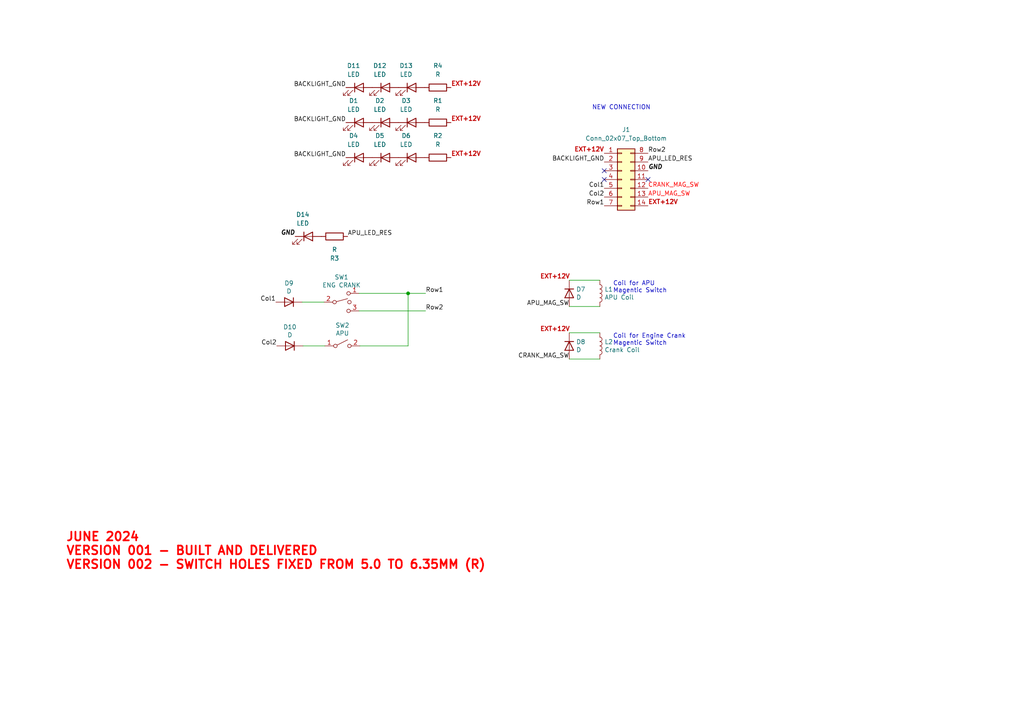
<source format=kicad_sch>
(kicad_sch (version 20231120) (generator "eeschema") (generator_version "8.0")
  (paper "A4")
  (lib_symbols
    (symbol "Connector_Generic:Conn_02x07_Top_Bottom" (pin_names (offset 1.016) hide)
      (property "Reference" "J" (at 1.27 10.16 0))
      (property "Value" "Conn_02x07_Top_Bottom" (at 1.27 -10.16 0))
      (symbol "Conn_02x07_Top_Bottom_1_1"
        (rectangle (start -1.27 -7.493) (end 0 -7.747) (stroke (width 0.1524)))
        (rectangle (start -1.27 -4.953) (end 0 -5.207) (stroke (width 0.1524)))
        (rectangle (start -1.27 -2.413) (end 0 -2.667) (stroke (width 0.1524)))
        (rectangle (start -1.27 0.127) (end 0 -0.127) (stroke (width 0.1524)))
        (rectangle (start -1.27 2.667) (end 0 2.413) (stroke (width 0.1524)))
        (rectangle (start -1.27 5.207) (end 0 4.953) (stroke (width 0.1524)))
        (rectangle (start -1.27 7.747) (end 0 7.493) (stroke (width 0.1524)))
        (rectangle (start -1.27 8.89) (end 3.81 -8.89) (stroke (width 0.254)) (fill (type background)))
        (rectangle (start 3.81 -7.493) (end 2.54 -7.747) (stroke (width 0.1524)))
        (rectangle (start 3.81 -4.953) (end 2.54 -5.207) (stroke (width 0.1524)))
        (rectangle (start 3.81 -2.413) (end 2.54 -2.667) (stroke (width 0.1524)))
        (rectangle (start 3.81 0.127) (end 2.54 -0.127) (stroke (width 0.1524)))
        (rectangle (start 3.81 2.667) (end 2.54 2.413) (stroke (width 0.1524)))
        (rectangle (start 3.81 5.207) (end 2.54 4.953) (stroke (width 0.1524)))
        (rectangle (start 3.81 7.747) (end 2.54 7.493) (stroke (width 0.1524)))
        (pin passive line (at -5.08 7.62 0) (length 3.81) (name "Pin_1") (number "1"))
        (pin passive line (at 7.62 2.54 180) (length 3.81) (name "Pin_10") (number "10"))
        (pin passive line (at 7.62 0 180) (length 3.81) (name "Pin_11") (number "11"))
        (pin passive line (at 7.62 -2.54 180) (length 3.81) (name "Pin_12") (number "12"))
        (pin passive line (at 7.62 -5.08 180) (length 3.81) (name "Pin_13") (number "13"))
        (pin passive line (at 7.62 -7.62 180) (length 3.81) (name "Pin_14") (number "14"))
        (pin passive line (at -5.08 5.08 0) (length 3.81) (name "Pin_2") (number "2"))
        (pin passive line (at -5.08 2.54 0) (length 3.81) (name "Pin_3") (number "3"))
        (pin passive line (at -5.08 0 0) (length 3.81) (name "Pin_4") (number "4"))
        (pin passive line (at -5.08 -2.54 0) (length 3.81) (name "Pin_5") (number "5"))
        (pin passive line (at -5.08 -5.08 0) (length 3.81) (name "Pin_6") (number "6"))
        (pin passive line (at -5.08 -7.62 0) (length 3.81) (name "Pin_7") (number "7"))
        (pin passive line (at 7.62 7.62 180) (length 3.81) (name "Pin_8") (number "8"))
        (pin passive line (at 7.62 5.08 180) (length 3.81) (name "Pin_9") (number "9"))
      )
    )
    (symbol "Device:D" (pin_numbers hide) (pin_names (offset 1.016) hide)
      (property "Reference" "D" (at 0 2.54 0))
      (property "Value" "D" (at 0 -2.54 0))
      (symbol "D_0_1"
        (polyline (pts (xy -1.27 1.27) (xy -1.27 -1.27)) (stroke (width 0.254)))
        (polyline (pts (xy 1.27 0) (xy -1.27 0)))
        (polyline (pts (xy 1.27 1.27) (xy 1.27 -1.27) (xy -1.27 0) (xy 1.27 1.27)) (stroke (width 0.254)))
      )
      (symbol "D_1_1"
        (pin passive line (at -3.81 0 0) (length 2.54) (name "K") (number "1"))
        (pin passive line (at 3.81 0 180) (length 2.54) (name "A") (number "2"))
      )
    )
    (symbol "Device:L" (pin_numbers hide) (pin_names (offset 1.016) hide)
      (property "Reference" "L" (at -1.27 0 90))
      (property "Value" "L" (at 1.905 0 90))
      (symbol "L_0_1"
        (arc (start 0 -2.54) (mid 0.6323 -1.905) (end 0 -1.27))
        (arc (start 0 -1.27) (mid 0.6323 -0.635) (end 0 0))
        (arc (start 0 0) (mid 0.6323 0.635) (end 0 1.27))
        (arc (start 0 1.27) (mid 0.6323 1.905) (end 0 2.54))
      )
      (symbol "L_1_1"
        (pin passive line (at 0 3.81 270) (length 1.27) (name "1") (number "1"))
        (pin passive line (at 0 -3.81 90) (length 1.27) (name "2") (number "2"))
      )
    )
    (symbol "Device:LED" (pin_numbers hide) (pin_names (offset 1.016) hide)
      (property "Reference" "D" (at 0 2.54 0))
      (property "Value" "LED" (at 0 -2.54 0))
      (symbol "LED_0_1"
        (polyline (pts (xy -1.27 -1.27) (xy -1.27 1.27)) (stroke (width 0.254)))
        (polyline (pts (xy -1.27 0) (xy 1.27 0)))
        (polyline (pts (xy 1.27 -1.27) (xy 1.27 1.27) (xy -1.27 0) (xy 1.27 -1.27)) (stroke (width 0.254)))
        (polyline (pts (xy -3.048 -0.762) (xy -4.572 -2.286) (xy -3.81 -2.286) (xy -4.572 -2.286) (xy -4.572 -1.524)))
        (polyline (pts (xy -1.778 -0.762) (xy -3.302 -2.286) (xy -2.54 -2.286) (xy -3.302 -2.286) (xy -3.302 -1.524)))
      )
      (symbol "LED_1_1"
        (pin passive line (at -3.81 0 0) (length 2.54) (name "K") (number "1"))
        (pin passive line (at 3.81 0 180) (length 2.54) (name "A") (number "2"))
      )
    )
    (symbol "Device:R" (pin_numbers hide) (pin_names (offset 0))
      (property "Reference" "R" (at 2.032 0 90))
      (property "Value" "R" (at 0 0 90))
      (symbol "R_0_1"
        (rectangle (start -1.016 -2.54) (end 1.016 2.54) (stroke (width 0.254)))
      )
      (symbol "R_1_1"
        (pin passive line (at 0 3.81 270) (length 1.27) (name "~") (number "1"))
        (pin passive line (at 0 -3.81 90) (length 1.27) (name "~") (number "2"))
      )
    )
    (symbol "Diode:1N4001" (pin_numbers hide) (pin_names (offset 1.016) hide)
      (property "Reference" "D" (at 0 2.54 0))
      (property "Value" "1N4001" (at 0 -2.54 0))
      (symbol "1N4001_0_1"
        (polyline (pts (xy -1.27 1.27) (xy -1.27 -1.27)) (stroke (width 0.254)))
        (polyline (pts (xy 1.27 0) (xy -1.27 0)))
        (polyline (pts (xy 1.27 1.27) (xy 1.27 -1.27) (xy -1.27 0) (xy 1.27 1.27)) (stroke (width 0.254)))
      )
      (symbol "1N4001_1_1"
        (pin passive line (at -3.81 0 0) (length 2.54) (name "K") (number "1"))
        (pin passive line (at 3.81 0 180) (length 2.54) (name "A") (number "2"))
      )
    )
    (symbol "Switch:SW_SPDT_MSM" (pin_names (offset 0) hide)
      (property "Reference" "SW" (at 0 5.08 0))
      (property "Value" "SW_SPDT_MSM" (at 0 -5.08 0))
      (symbol "SW_SPDT_MSM_0_0"
        (circle (center -2.032 0) (radius 0.508))
        (polyline (pts (xy -1.524 0.127) (xy 1.778 1.016)))
        (circle (center 2.032 -2.54) (radius 0.508))
      )
      (symbol "SW_SPDT_MSM_0_1"
        (circle (center 2.032 2.54) (radius 0.508))
        (circle (center 2.286 0) (radius 0.508))
      )
      (symbol "SW_SPDT_MSM_1_1"
        (pin passive line (at 5.08 2.54 180) (length 2.54) (name "1") (number "1"))
        (pin passive line (at -5.08 0 0) (length 2.54) (name "2") (number "2"))
        (pin passive line (at 5.08 -2.54 180) (length 2.54) (name "3") (number "3"))
      )
    )
    (symbol "Switch:SW_SPST" (pin_names (offset 0) hide)
      (property "Reference" "SW" (at 0 3.175 0))
      (property "Value" "SW_SPST" (at 0 -2.54 0))
      (symbol "SW_SPST_0_0"
        (circle (center -2.032 0) (radius 0.508))
        (polyline (pts (xy -1.524 0.254) (xy 1.524 1.778)))
        (circle (center 2.032 0) (radius 0.508))
      )
      (symbol "SW_SPST_1_1"
        (pin passive line (at -5.08 0 0) (length 2.54) (name "A") (number "1"))
        (pin passive line (at 5.08 0 180) (length 2.54) (name "B") (number "2"))
      )
    )
  )
  (junction (at 118.364 85.09))
  (no_connect (at 187.96 52.07))
  (no_connect (at 175.26 52.07))
  (no_connect (at 175.26 49.53))
  (wire (pts (xy 104.14 85.09) (xy 118.364 85.09)))
  (wire (pts (xy 173.99 81.28) (xy 165.1 81.28)))
  (wire (pts (xy 173.99 96.52) (xy 165.1 96.52)))
  (wire (pts (xy 173.99 88.9) (xy 165.1 88.9)))
  (wire (pts (xy 123.444 90.17) (xy 104.14 90.17)))
  (wire (pts (xy 87.884 100.33) (xy 94.234 100.33)))
  (wire (pts (xy 118.364 85.09) (xy 118.364 100.33)))
  (wire (pts (xy 173.99 104.14) (xy 165.1 104.14)))
  (wire (pts (xy 87.63 87.63) (xy 93.98 87.63)))
  (wire (pts (xy 118.364 100.33) (xy 104.394 100.33)))
  (wire (pts (xy 118.364 85.09) (xy 123.444 85.09)))
  (text "NEW CONNECTION" (at 171.704 32.004 0) (effects (font (size 1.27 1.27)) (justify left bottom)))
  (text "Coil for Engine Crank\nMagentic Switch" (at 177.8 100.33 0) (effects (font (size 1.27 1.27)) (justify left bottom)))
  (text "\nJUNE 2024\nVERSION 001 - BUILT AND DELIVERED\nVERSION 002 - SWITCH HOLES FIXED FROM 5.0 TO 6.35MM (R)\n" (at 19.05 165.354 0) (effects (font (size 2.5 2.5) (thickness 0.5) (bold yes)) (justify left bottom)))
  (text "Coil for APU\nMagentic Switch" (at 177.8 85.09 0) (effects (font (size 1.27 1.27)) (justify left bottom)))
  (label "APU_MAG_SW" (at 187.96 57.15 0))
  (label "Col1" (at 80.01 87.63 180))
  (label "CRANK_MAG_SW" (at 165.1 104.14 180))
  (label "EXT+12V" (at 130.81 35.56 0) (effects (font (thickness 0.254) (bold yes))))
  (label "CRANK_MAG_SW" (at 187.96 54.61 0))
  (label "APU_MAG_SW" (at 165.1 88.9 180))
  (label "EXT+12V" (at 130.81 25.4 0) (effects (font (thickness 0.254) (bold yes))))
  (label "GND" (at 187.96 49.53 0) (effects (font (thickness 0.254) (bold yes) (italic yes))))
  (label "Row2" (at 123.444 90.17 0))
  (label "BACKLIGHT_GND" (at 175.26 46.99 180))
  (label "GND" (at 85.598 68.58 180) (effects (font (thickness 0.254) (bold yes) (italic yes))))
  (label "Row2" (at 187.96 44.45 0))
  (label "EXT+12V" (at 175.26 44.45 180) (effects (font (thickness 0.254) (bold yes))))
  (label "APU_LED_RES" (at 100.838 68.58 0))
  (label "BACKLIGHT_GND" (at 100.33 25.4 180))
  (label "APU_LED_RES" (at 187.96 46.99 0))
  (label "BACKLIGHT_GND" (at 100.33 35.56 180))
  (label "Col2" (at 80.264 100.33 180))
  (label "BACKLIGHT_GND" (at 100.33 45.72 180))
  (label "Row1" (at 175.26 59.69 180))
  (label "EXT+12V" (at 187.96 59.69 0) (effects (font (thickness 0.254) (bold yes))))
  (label "EXT+12V" (at 130.81 45.72 0) (effects (font (thickness 0.254) (bold yes))))
  (label "Row1" (at 123.444 85.09 0))
  (label "Col2" (at 175.26 57.15 180))
  (label "EXT+12V" (at 165.354 81.28 180) (effects (font (thickness 0.254) (bold yes))))
  (label "EXT+12V" (at 165.354 96.52 180) (effects (font (thickness 0.254) (bold yes))))
  (label "Col1" (at 175.26 54.61 180))
  (symbol (lib_id "Device:L") (at 173.99 100.33 0) (unit 1)
    (property "Reference" "L2" (at 175.3362 99.1616 0) (effects (justify left)))
    (property "Value" "Crank Coil" (at 175.3362 101.473 0) (effects (justify left)))
    (property "Footprint" "Connector_JST:JST_XH_B2B-XH-A_1x02_P2.50mm_Vertical" (effects (hide yes)))
  )
  (symbol (lib_id "Device:R") (at 127 35.56 90) (unit 1)
    (property "Reference" "R1" (at 127 29.21 90))
    (property "Value" "R" (at 127 31.75 90))
    (property "Footprint" "Resistor_THT:R_Axial_DIN0204_L3.6mm_D1.6mm_P7.62mm_Horizontal" (effects (hide yes)))
  )
  (symbol (lib_id "Switch:SW_SPST") (at 99.314 100.33 0) (unit 1)
    (property "Reference" "SW2" (at 99.314 94.361 0))
    (property "Value" "APU" (at 99.314 96.6724 0))
    (property "Footprint" "Connector_JST:JST_XH_B2B-XH-A_1x02_P2.50mm_Vertical" (effects (hide yes)))
  )
  (symbol (lib_id "Switch:SW_SPDT_MSM") (at 99.06 87.63 0) (unit 1)
    (property "Reference" "SW1" (at 99.06 80.391 0))
    (property "Value" "ENG CRANK" (at 99.06 82.7024 0))
    (property "Footprint" "Connector_JST:JST_XH_B3B-XH-A_1x03_P2.50mm_Vertical" (effects (hide yes)))
  )
  (symbol (lib_id "Device:LED") (at 104.14 35.56 0) (unit 1)
    (property "Reference" "D1" (at 102.5525 29.21 0))
    (property "Value" "LED" (at 102.5525 31.75 0))
    (property "Footprint" "LED_THT:LED_D3.0mm_FlatTop" (effects (hide yes)))
  )
  (symbol (lib_id "Connector_Generic:Conn_02x07_Top_Bottom") (at 180.34 52.07 0) (unit 1)
    (property "Reference" "J1" (at 181.61 37.592 0))
    (property "Value" "Conn_02x07_Top_Bottom" (at 181.61 40.132 0))
    (property "Footprint" "Connector_IDC:IDC-Header_2x07_P2.54mm_Vertical" (effects (hide yes)))
  )
  (symbol (lib_id "Device:LED") (at 104.14 45.72 0) (unit 1)
    (property "Reference" "D4" (at 102.5525 39.37 0))
    (property "Value" "LED" (at 102.5525 41.91 0))
    (property "Footprint" "LED_THT:LED_D3.0mm_FlatTop" (effects (hide yes)))
  )
  (symbol (lib_id "Diode:1N4001") (at 165.1 100.33 90) (mirror x) (unit 1)
    (property "Reference" "D8" (at 167.1066 99.1616 90) (effects (justify right)))
    (property "Value" "D" (at 167.1066 101.473 90) (effects (justify right)))
    (property "Footprint" "Diode_THT:D_DO-41_SOD81_P7.62mm_Horizontal" (effects (hide yes)))
    (property "Datasheet" "http://www.vishay.com/docs/88503/1n4001.pdf" (effects (hide yes)))
  )
  (symbol (lib_id "Device:R") (at 97.028 68.58 270) (unit 1)
    (property "Reference" "R3" (at 97.028 74.93 90))
    (property "Value" "R" (at 97.028 72.39 90))
    (property "Footprint" "Resistor_THT:R_Axial_DIN0204_L3.6mm_D1.6mm_P7.62mm_Horizontal" (effects (hide yes)))
  )
  (symbol (lib_id "Device:LED") (at 119.38 45.72 0) (unit 1)
    (property "Reference" "D6" (at 117.7925 39.37 0))
    (property "Value" "LED" (at 117.7925 41.91 0))
    (property "Footprint" "LED_THT:LED_D3.0mm_FlatTop" (effects (hide yes)))
  )
  (symbol (lib_id "Diode:1N4001") (at 165.1 85.09 90) (mirror x) (unit 1)
    (property "Reference" "D7" (at 167.1066 83.9216 90) (effects (justify right)))
    (property "Value" "D" (at 167.1066 86.233 90) (effects (justify right)))
    (property "Footprint" "Diode_THT:D_DO-41_SOD81_P7.62mm_Horizontal" (effects (hide yes)))
    (property "Datasheet" "http://www.vishay.com/docs/88503/1n4001.pdf" (effects (hide yes)))
  )
  (symbol (lib_id "Device:D") (at 84.074 100.33 0) (mirror y) (unit 1)
    (property "Reference" "D10" (at 84.074 94.8436 0))
    (property "Value" "D" (at 84.074 97.155 0))
    (property "Footprint" "Library:D_A-405_P7.62mm_Horizontal-SIGNAL" (effects (hide yes)))
  )
  (symbol (lib_id "Device:L") (at 173.99 85.09 0) (unit 1)
    (property "Reference" "L1" (at 175.3362 83.9216 0) (effects (justify left)))
    (property "Value" "APU Coil" (at 175.3362 86.233 0) (effects (justify left)))
    (property "Footprint" "Connector_JST:JST_XH_B2B-XH-A_1x02_P2.50mm_Vertical" (effects (hide yes)))
  )
  (symbol (lib_id "Device:R") (at 127 25.4 90) (unit 1)
    (property "Reference" "R4" (at 127 19.05 90))
    (property "Value" "R" (at 127 21.59 90))
    (property "Footprint" "Resistor_THT:R_Axial_DIN0204_L3.6mm_D1.6mm_P7.62mm_Horizontal" (effects (hide yes)))
  )
  (symbol (lib_id "Device:LED") (at 89.408 68.58 0) (unit 1)
    (property "Reference" "D14" (at 87.8205 62.23 0))
    (property "Value" "LED" (at 87.8205 64.77 0))
    (property "Footprint" "LED_THT:LED_D3.0mm_FlatTop" (effects (hide yes)))
  )
  (symbol (lib_id "Device:LED") (at 111.76 25.4 0) (unit 1)
    (property "Reference" "D12" (at 110.1725 19.05 0))
    (property "Value" "LED" (at 110.1725 21.59 0))
    (property "Footprint" "LED_THT:LED_D3.0mm_FlatTop" (effects (hide yes)))
  )
  (symbol (lib_id "Device:R") (at 127 45.72 90) (unit 1)
    (property "Reference" "R2" (at 127 39.37 90))
    (property "Value" "R" (at 127 41.91 90))
    (property "Footprint" "Resistor_THT:R_Axial_DIN0204_L3.6mm_D1.6mm_P7.62mm_Horizontal" (effects (hide yes)))
  )
  (symbol (lib_id "Device:LED") (at 111.76 45.72 0) (unit 1)
    (property "Reference" "D5" (at 110.1725 39.37 0))
    (property "Value" "LED" (at 110.1725 41.91 0))
    (property "Footprint" "LED_THT:LED_D3.0mm_FlatTop" (effects (hide yes)))
  )
  (symbol (lib_id "Device:LED") (at 119.38 35.56 0) (unit 1)
    (property "Reference" "D3" (at 117.7925 29.21 0))
    (property "Value" "LED" (at 117.7925 31.75 0))
    (property "Footprint" "LED_THT:LED_D3.0mm_FlatTop" (effects (hide yes)))
  )
  (symbol (lib_id "Device:D") (at 83.82 87.63 0) (mirror y) (unit 1)
    (property "Reference" "D9" (at 83.82 82.1436 0))
    (property "Value" "D" (at 83.82 84.455 0))
    (property "Footprint" "Library:D_A-405_P7.62mm_Horizontal-SIGNAL" (effects (hide yes)))
  )
  (symbol (lib_id "Device:LED") (at 111.76 35.56 0) (unit 1)
    (property "Reference" "D2" (at 110.1725 29.21 0))
    (property "Value" "LED" (at 110.1725 31.75 0))
    (property "Footprint" "LED_THT:LED_D3.0mm_FlatTop" (effects (hide yes)))
  )
  (symbol (lib_id "Device:LED") (at 119.38 25.4 0) (unit 1)
    (property "Reference" "D13" (at 117.7925 19.05 0))
    (property "Value" "LED" (at 117.7925 21.59 0))
    (property "Footprint" "LED_THT:LED_D3.0mm_FlatTop" (effects (hide yes)))
  )
  (symbol (lib_id "Device:LED") (at 104.14 25.4 0) (unit 1)
    (property "Reference" "D11" (at 102.5525 19.05 0))
    (property "Value" "LED" (at 102.5525 21.59 0))
    (property "Footprint" "LED_THT:LED_D3.0mm_FlatTop" (effects (hide yes)))
  )
)
</source>
